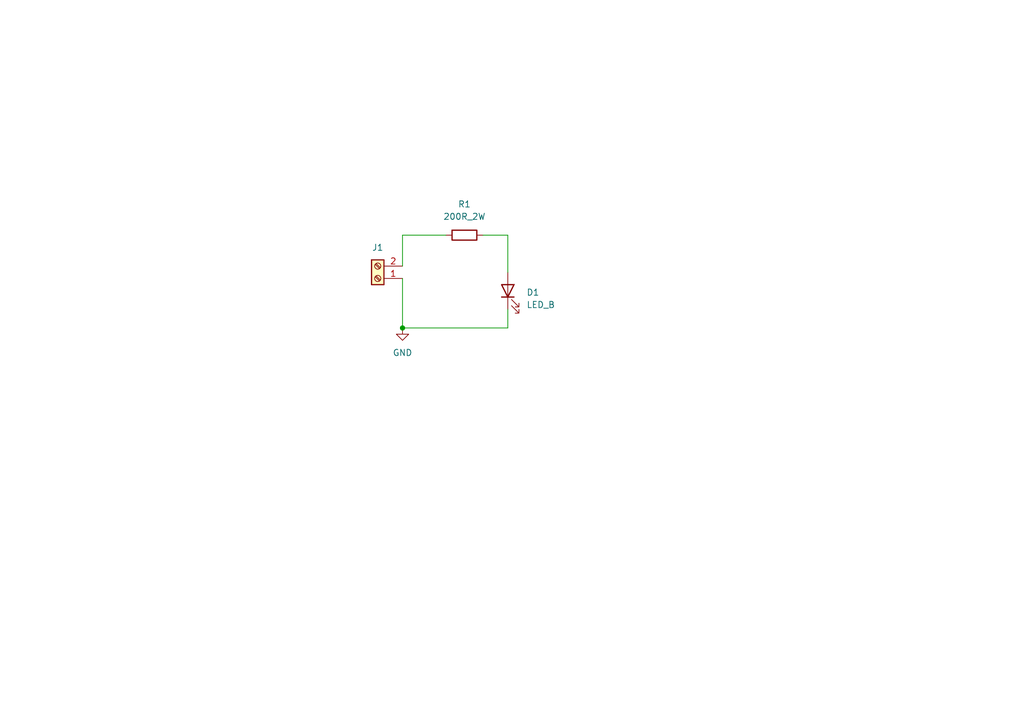
<source format=kicad_sch>
(kicad_sch (version 20231120) (generator "eeschema") (generator_version "8.0")
  (paper "A5")
  (lib_symbols
    (symbol "power:GND" (power) (pin_numbers hide) (pin_names (offset 0) hide)
      (property "Value" "GND" (at 0 -3.81 0))
      (symbol "GND_0_1"
        (polyline (pts (xy 0 0) (xy 0 -1.27) (xy 1.27 -1.27) (xy 0 -2.54) (xy -1.27 -1.27) (xy 0 -1.27)))
      )
      (symbol "GND_1_1"
        (pin power_in line (at 0 0 270) (length 0) (name "~") (number "1"))
      )
    )
    (symbol "rsx_LEDs:LED_B" (pin_numbers hide) (pin_names (offset 1.016) hide)
      (property "Reference" "D" (at 0 2.54 0))
      (property "Value" "LED_B" (at 0 -2.54 0))
      (symbol "LED_B_0_1"
        (polyline (pts (xy -1.27 -1.27) (xy -1.27 1.27)) (stroke (width 0.254)))
        (polyline (pts (xy -1.27 0) (xy 1.27 0)))
        (polyline (pts (xy 1.27 -1.27) (xy 1.27 1.27) (xy -1.27 0) (xy 1.27 -1.27)) (stroke (width 0.254)))
        (polyline (pts (xy -3.048 -0.762) (xy -4.572 -2.286) (xy -3.81 -2.286) (xy -4.572 -2.286) (xy -4.572 -1.524)))
        (polyline (pts (xy -1.778 -0.762) (xy -3.302 -2.286) (xy -2.54 -2.286) (xy -3.302 -2.286) (xy -3.302 -1.524)))
      )
      (symbol "LED_B_1_1"
        (pin passive line (at -3.81 0 0) (length 2.54) (name "K") (number "1"))
        (pin passive line (at 3.81 0 180) (length 2.54) (name "A") (number "2"))
      )
    )
    (symbol "rsx_Resistors:200R_2W" (pin_numbers hide) (pin_names (offset 0))
      (property "Reference" "R" (at 2.032 0 90))
      (property "Value" "200R_2W" (at 0 0 90))
      (symbol "200R_2W_0_1"
        (rectangle (start -1.016 -2.54) (end 1.016 2.54) (stroke (width 0.254)))
      )
      (symbol "200R_2W_1_1"
        (pin passive line (at 0 3.81 270) (length 1.27) (name "~") (number "1"))
        (pin passive line (at 0 -3.81 90) (length 1.27) (name "~") (number "2"))
      )
    )
    (symbol "rsx_header_screw:Screw_Terminal_2x2.54" (pin_names (offset 1.016) hide)
      (property "Reference" "J" (at 0 2.54 0))
      (symbol "Screw_Terminal_2x2.54_1_1"
        (rectangle (start -1.27 1.27) (end 1.27 -3.81) (stroke (width 0.254)) (fill (type background)))
        (circle (center 0 -2.54) (radius 0.635) (stroke (width 0.1524)))
        (polyline (pts (xy -0.5334 -2.2098) (xy 0.3302 -3.048)) (stroke (width 0.1524)))
        (polyline (pts (xy -0.5334 0.3302) (xy 0.3302 -0.508)) (stroke (width 0.1524)))
        (polyline (pts (xy -0.3556 -2.032) (xy 0.508 -2.8702)) (stroke (width 0.1524)))
        (polyline (pts (xy -0.3556 0.508) (xy 0.508 -0.3302)) (stroke (width 0.1524)))
        (circle (center 0 0) (radius 0.635) (stroke (width 0.1524)))
        (pin passive line (at -5.08 0 0) (length 3.81) (name "Pin_1") (number "1"))
        (pin passive line (at -5.08 -2.54 0) (length 3.81) (name "Pin_2") (number "2"))
      )
    )
  )
  (junction (at 82.55 67.31))
  (wire (pts (xy 99.06 48.26) (xy 104.14 48.26)))
  (wire (pts (xy 82.55 57.15) (xy 82.55 67.31)))
  (wire (pts (xy 104.14 48.26) (xy 104.14 55.88)))
  (wire (pts (xy 82.55 67.31) (xy 104.14 67.31)))
  (wire (pts (xy 82.55 48.26) (xy 82.55 54.61)))
  (wire (pts (xy 104.14 63.5) (xy 104.14 67.31)))
  (wire (pts (xy 82.55 48.26) (xy 91.44 48.26)))
  (symbol (lib_id "rsx_Resistors:200R_2W") (at 95.25 48.26 90) (unit 1)
    (property "Reference" "R1" (at 95.25 41.91 90))
    (property "Value" "200R_2W" (at 95.25 44.45 90))
    (property "Footprint" "rsx_resistors:R_2512_6332Metric" (effects (hide yes)))
    (property "Description" "RES SMD 200 OHM 1% 2W 2512" (effects (hide yes)))
    (property "MFR" "Bourns Inc." (effects (hide yes)))
    (property "DPN" "CRM2512-FX-2000ELFCT-ND" (effects (hide yes)))
    (property "MPN" "CRM2512-FX-2000ELF" (effects (hide yes)))
  )
  (symbol (lib_id "power:GND") (at 82.55 67.31 0) (unit 1)
    (property "Reference" "#PWR01" (effects (hide yes)))
    (property "Value" "GND" (at 82.55 72.39 0))
    (property "Description" "Power symbol creates a global label with name \"GND\" , ground" (effects (hide yes)))
  )
  (symbol (lib_id "rsx_header_screw:Screw_Terminal_2x2.54") (at 77.47 57.15 180) (unit 1)
    (property "Reference" "J1" (at 77.47 50.8 0))
    (property "Value" "Screw_Terminal_2x2.54" (effects (hide yes)))
    (property "Footprint" "rsx_headers_screw:Wurth_691210910002" (effects (hide yes)))
    (property "Description" "TERM BLOCK 2P HORIZON 2.54MM PCB" (effects (hide yes)))
    (property "MFR" "Würth Elektronik" (effects (hide yes)))
    (property "DPN" "732-691210910002-ND" (effects (hide yes)))
    (property "MPN" "691210910002" (effects (hide yes)))
  )
  (symbol (lib_id "rsx_LEDs:LED_B") (at 104.14 59.69 90) (unit 1)
    (property "Reference" "D1" (at 107.95 60.0074 90) (effects (justify right)))
    (property "Value" "LED_B" (at 107.95 62.5474 90) (effects (justify right)))
    (property "Footprint" "rsx_leds:LED_0805_2012Metric" (effects (hide yes)))
    (property "Description" "LED BLUE CLEAR SMD" (effects (hide yes)))
    (property "MFR" "Lite-On Inc." (effects (hide yes)))
    (property "DPN" "160-1579-1-ND" (effects (hide yes)))
    (property "MPN" "LTST-C170TBKT" (effects (hide yes)))
  )
)
</source>
